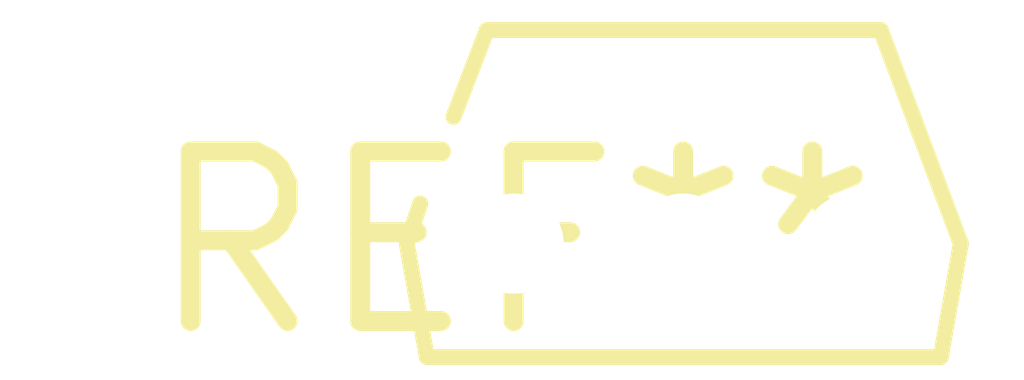
<source format=kicad_pcb>
(kicad_pcb (version 20240108) (generator pcbnew)
  (layers (0 "F.Cu" signal) (31 "B.Cu" signal) (34 "B.Paste" user) (35 "F.Paste" user) (36 "B.SilkS" user "B.Silkscreen") (37 "F.SilkS" user "F.Silkscreen") (38 "B.Mask" user) (39 "F.Mask" user) (44 "Edge.Cuts" user))
  (net 0 "")
  (footprint "TO-92S" (layer "F.Cu") (at 0 0)
    (property "Reference" "REF**")
    (property "Value" "TO-92S")
    (fp_line (start -0.8 0) (end -0.65 0.85) (layer "F.SilkS") (stroke (width 0.12)))
    (fp_line (start -0.7 -0.3) (end -0.8 0) (layer "F.SilkS") (stroke (width 0.12)))
    (fp_line (start -0.65 0.85) (end 3.2 0.85) (layer "F.SilkS") (stroke (width 0.12)))
    (fp_line (start -0.2 -1.6) (end -0.45 -0.95) (layer "F.SilkS") (stroke (width 0.12)))
    (fp_line (start 2.75 -1.6) (end -0.2 -1.6) (layer "F.SilkS") (stroke (width 0.12)))
    (fp_line (start 3.2 0.85) (end 3.35 0) (layer "F.SilkS") (stroke (width 0.12)))
    (fp_line (start 3.35 0) (end 2.75 -1.6) (layer "F.SilkS") (stroke (width 0.12)))
    (pad "1" thru_hole rect (at 0 0) (size 1.05 1.3) (drill 0.75) (layers *.Cu *.Mask) (remove_unused_layers))
    (pad "2" thru_hole oval (at 1.27 0) (size 1.05 1.3) (drill 0.75) (layers *.Cu *.Mask) (remove_unused_layers))
    (pad "3" thru_hole oval (at 2.54 0) (size 1.05 1.3) (drill 0.75) (layers *.Cu *.Mask) (remove_unused_layers))
  )
)
</source>
